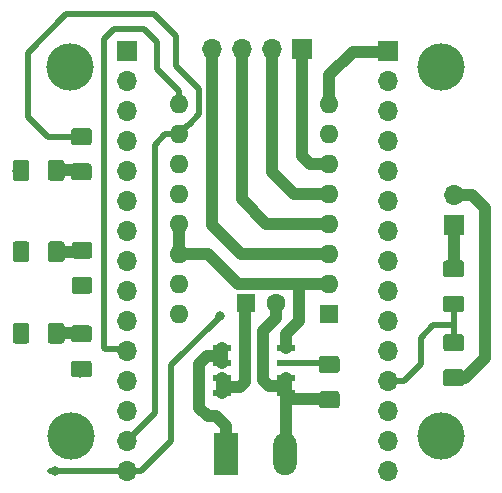
<source format=gbr>
G04 #@! TF.GenerationSoftware,KiCad,Pcbnew,5.0.1-33cea8e~68~ubuntu18.04.1*
G04 #@! TF.CreationDate,2018-11-12T21:08:18+01:00*
G04 #@! TF.ProjectId,ustepper_pololu,75737465707065725F706F6C6F6C752E,rev?*
G04 #@! TF.SameCoordinates,Original*
G04 #@! TF.FileFunction,Copper,L1,Top,Signal*
G04 #@! TF.FilePolarity,Positive*
%FSLAX46Y46*%
G04 Gerber Fmt 4.6, Leading zero omitted, Abs format (unit mm)*
G04 Created by KiCad (PCBNEW 5.0.1-33cea8e~68~ubuntu18.04.1) date lun 12 nov 2018 21:08:18 CET*
%MOMM*%
%LPD*%
G01*
G04 APERTURE LIST*
G04 #@! TA.AperFunction,SMDPad,CuDef*
%ADD10R,1.550000X0.600000*%
G04 #@! TD*
G04 #@! TA.AperFunction,ComponentPad*
%ADD11R,1.600000X1.600000*%
G04 #@! TD*
G04 #@! TA.AperFunction,ComponentPad*
%ADD12O,1.600000X1.600000*%
G04 #@! TD*
G04 #@! TA.AperFunction,ComponentPad*
%ADD13R,1.700000X1.700000*%
G04 #@! TD*
G04 #@! TA.AperFunction,ComponentPad*
%ADD14O,1.700000X1.700000*%
G04 #@! TD*
G04 #@! TA.AperFunction,ComponentPad*
%ADD15C,1.600000*%
G04 #@! TD*
G04 #@! TA.AperFunction,ComponentPad*
%ADD16R,2.000000X3.600000*%
G04 #@! TD*
G04 #@! TA.AperFunction,ComponentPad*
%ADD17O,2.000000X3.600000*%
G04 #@! TD*
G04 #@! TA.AperFunction,Conductor*
%ADD18C,0.100000*%
G04 #@! TD*
G04 #@! TA.AperFunction,SMDPad,CuDef*
%ADD19C,1.425000*%
G04 #@! TD*
G04 #@! TA.AperFunction,ViaPad*
%ADD20C,4.000000*%
G04 #@! TD*
G04 #@! TA.AperFunction,ViaPad*
%ADD21C,0.800000*%
G04 #@! TD*
G04 #@! TA.AperFunction,Conductor*
%ADD22C,1.000000*%
G04 #@! TD*
G04 #@! TA.AperFunction,Conductor*
%ADD23C,0.500000*%
G04 #@! TD*
G04 APERTURE END LIST*
D10*
G04 #@! TO.P,U1,1*
G04 #@! TO.N,VIN*
X182468100Y-77407400D03*
G04 #@! TO.P,U1,2*
X182468100Y-78677400D03*
G04 #@! TO.P,U1,3*
G04 #@! TO.N,B30-VIN*
X182468100Y-79947400D03*
G04 #@! TO.P,U1,4*
X182468100Y-81217400D03*
G04 #@! TO.P,U1,5*
G04 #@! TO.N,B29-GND*
X187868100Y-81217400D03*
G04 #@! TO.P,U1,6*
X187868100Y-79947400D03*
G04 #@! TO.P,U1,7*
G04 #@! TO.N,BA1-I*
X187868100Y-78677400D03*
G04 #@! TO.P,U1,8*
G04 #@! TO.N,B27-5V*
X187868100Y-77407400D03*
G04 #@! TD*
D11*
G04 #@! TO.P,A1,1*
G04 #@! TO.N,B29-GND*
X191530800Y-74537200D03*
D12*
G04 #@! TO.P,A1,9*
G04 #@! TO.N,BD8-ENA*
X178830800Y-56757200D03*
G04 #@! TO.P,A1,2*
G04 #@! TO.N,B27-5V*
X191530800Y-71997200D03*
G04 #@! TO.P,A1,10*
G04 #@! TO.N,BD11-MS1*
X178830800Y-59297200D03*
G04 #@! TO.P,A1,3*
G04 #@! TO.N,OUT1B*
X191530800Y-69457200D03*
G04 #@! TO.P,A1,11*
G04 #@! TO.N,BD12-MS2*
X178830800Y-61837200D03*
G04 #@! TO.P,A1,4*
G04 #@! TO.N,OUT1A*
X191530800Y-66917200D03*
G04 #@! TO.P,A1,12*
G04 #@! TO.N,BD13-MS3*
X178830800Y-64377200D03*
G04 #@! TO.P,A1,5*
G04 #@! TO.N,OUT2A*
X191530800Y-64377200D03*
G04 #@! TO.P,A1,13*
G04 #@! TO.N,B27-5V*
X178830800Y-66917200D03*
G04 #@! TO.P,A1,6*
G04 #@! TO.N,OUT2B*
X191530800Y-61837200D03*
G04 #@! TO.P,A1,14*
G04 #@! TO.N,B27-5V*
X178830800Y-69457200D03*
G04 #@! TO.P,A1,7*
G04 #@! TO.N,B29-GND*
X191530800Y-59297200D03*
G04 #@! TO.P,A1,15*
G04 #@! TO.N,BD4-STEP*
X178830800Y-71997200D03*
G04 #@! TO.P,A1,8*
G04 #@! TO.N,B30-VIN*
X191530800Y-56757200D03*
G04 #@! TO.P,A1,16*
G04 #@! TO.N,BD7-DIR*
X178830800Y-74537200D03*
G04 #@! TD*
D13*
G04 #@! TO.P,J5,1*
G04 #@! TO.N,AN-IN-10V*
X202148000Y-66968000D03*
D14*
G04 #@! TO.P,J5,2*
G04 #@! TO.N,B29-GND*
X202148000Y-64428000D03*
G04 #@! TD*
D11*
G04 #@! TO.P,C4,1*
G04 #@! TO.N,B30-VIN*
X184520400Y-73597400D03*
D15*
G04 #@! TO.P,C4,2*
G04 #@! TO.N,B29-GND*
X187020400Y-73597400D03*
G04 #@! TD*
D16*
G04 #@! TO.P,J4,1*
G04 #@! TO.N,VIN*
X182793200Y-86348200D03*
D17*
G04 #@! TO.P,J4,2*
G04 #@! TO.N,B29-GND*
X187793200Y-86348200D03*
G04 #@! TD*
D18*
G04 #@! TO.N,AN-IN-10V*
G04 #@! TO.C,R5*
G36*
X202746704Y-70001604D02*
X202770973Y-70005204D01*
X202794771Y-70011165D01*
X202817871Y-70019430D01*
X202840049Y-70029920D01*
X202861093Y-70042533D01*
X202880798Y-70057147D01*
X202898977Y-70073623D01*
X202915453Y-70091802D01*
X202930067Y-70111507D01*
X202942680Y-70132551D01*
X202953170Y-70154729D01*
X202961435Y-70177829D01*
X202967396Y-70201627D01*
X202970996Y-70225896D01*
X202972200Y-70250400D01*
X202972200Y-71175400D01*
X202970996Y-71199904D01*
X202967396Y-71224173D01*
X202961435Y-71247971D01*
X202953170Y-71271071D01*
X202942680Y-71293249D01*
X202930067Y-71314293D01*
X202915453Y-71333998D01*
X202898977Y-71352177D01*
X202880798Y-71368653D01*
X202861093Y-71383267D01*
X202840049Y-71395880D01*
X202817871Y-71406370D01*
X202794771Y-71414635D01*
X202770973Y-71420596D01*
X202746704Y-71424196D01*
X202722200Y-71425400D01*
X201472200Y-71425400D01*
X201447696Y-71424196D01*
X201423427Y-71420596D01*
X201399629Y-71414635D01*
X201376529Y-71406370D01*
X201354351Y-71395880D01*
X201333307Y-71383267D01*
X201313602Y-71368653D01*
X201295423Y-71352177D01*
X201278947Y-71333998D01*
X201264333Y-71314293D01*
X201251720Y-71293249D01*
X201241230Y-71271071D01*
X201232965Y-71247971D01*
X201227004Y-71224173D01*
X201223404Y-71199904D01*
X201222200Y-71175400D01*
X201222200Y-70250400D01*
X201223404Y-70225896D01*
X201227004Y-70201627D01*
X201232965Y-70177829D01*
X201241230Y-70154729D01*
X201251720Y-70132551D01*
X201264333Y-70111507D01*
X201278947Y-70091802D01*
X201295423Y-70073623D01*
X201313602Y-70057147D01*
X201333307Y-70042533D01*
X201354351Y-70029920D01*
X201376529Y-70019430D01*
X201399629Y-70011165D01*
X201423427Y-70005204D01*
X201447696Y-70001604D01*
X201472200Y-70000400D01*
X202722200Y-70000400D01*
X202746704Y-70001604D01*
X202746704Y-70001604D01*
G37*
D19*
G04 #@! TD*
G04 #@! TO.P,R5,1*
G04 #@! TO.N,AN-IN-10V*
X202097200Y-70712900D03*
D18*
G04 #@! TO.N,BA0-V*
G04 #@! TO.C,R5*
G36*
X202746704Y-72976604D02*
X202770973Y-72980204D01*
X202794771Y-72986165D01*
X202817871Y-72994430D01*
X202840049Y-73004920D01*
X202861093Y-73017533D01*
X202880798Y-73032147D01*
X202898977Y-73048623D01*
X202915453Y-73066802D01*
X202930067Y-73086507D01*
X202942680Y-73107551D01*
X202953170Y-73129729D01*
X202961435Y-73152829D01*
X202967396Y-73176627D01*
X202970996Y-73200896D01*
X202972200Y-73225400D01*
X202972200Y-74150400D01*
X202970996Y-74174904D01*
X202967396Y-74199173D01*
X202961435Y-74222971D01*
X202953170Y-74246071D01*
X202942680Y-74268249D01*
X202930067Y-74289293D01*
X202915453Y-74308998D01*
X202898977Y-74327177D01*
X202880798Y-74343653D01*
X202861093Y-74358267D01*
X202840049Y-74370880D01*
X202817871Y-74381370D01*
X202794771Y-74389635D01*
X202770973Y-74395596D01*
X202746704Y-74399196D01*
X202722200Y-74400400D01*
X201472200Y-74400400D01*
X201447696Y-74399196D01*
X201423427Y-74395596D01*
X201399629Y-74389635D01*
X201376529Y-74381370D01*
X201354351Y-74370880D01*
X201333307Y-74358267D01*
X201313602Y-74343653D01*
X201295423Y-74327177D01*
X201278947Y-74308998D01*
X201264333Y-74289293D01*
X201251720Y-74268249D01*
X201241230Y-74246071D01*
X201232965Y-74222971D01*
X201227004Y-74199173D01*
X201223404Y-74174904D01*
X201222200Y-74150400D01*
X201222200Y-73225400D01*
X201223404Y-73200896D01*
X201227004Y-73176627D01*
X201232965Y-73152829D01*
X201241230Y-73129729D01*
X201251720Y-73107551D01*
X201264333Y-73086507D01*
X201278947Y-73066802D01*
X201295423Y-73048623D01*
X201313602Y-73032147D01*
X201333307Y-73017533D01*
X201354351Y-73004920D01*
X201376529Y-72994430D01*
X201399629Y-72986165D01*
X201423427Y-72980204D01*
X201447696Y-72976604D01*
X201472200Y-72975400D01*
X202722200Y-72975400D01*
X202746704Y-72976604D01*
X202746704Y-72976604D01*
G37*
D19*
G04 #@! TD*
G04 #@! TO.P,R5,2*
G04 #@! TO.N,BA0-V*
X202097200Y-73687900D03*
D18*
G04 #@! TO.N,B29-GND*
G04 #@! TO.C,R6*
G36*
X202746704Y-79225004D02*
X202770973Y-79228604D01*
X202794771Y-79234565D01*
X202817871Y-79242830D01*
X202840049Y-79253320D01*
X202861093Y-79265933D01*
X202880798Y-79280547D01*
X202898977Y-79297023D01*
X202915453Y-79315202D01*
X202930067Y-79334907D01*
X202942680Y-79355951D01*
X202953170Y-79378129D01*
X202961435Y-79401229D01*
X202967396Y-79425027D01*
X202970996Y-79449296D01*
X202972200Y-79473800D01*
X202972200Y-80398800D01*
X202970996Y-80423304D01*
X202967396Y-80447573D01*
X202961435Y-80471371D01*
X202953170Y-80494471D01*
X202942680Y-80516649D01*
X202930067Y-80537693D01*
X202915453Y-80557398D01*
X202898977Y-80575577D01*
X202880798Y-80592053D01*
X202861093Y-80606667D01*
X202840049Y-80619280D01*
X202817871Y-80629770D01*
X202794771Y-80638035D01*
X202770973Y-80643996D01*
X202746704Y-80647596D01*
X202722200Y-80648800D01*
X201472200Y-80648800D01*
X201447696Y-80647596D01*
X201423427Y-80643996D01*
X201399629Y-80638035D01*
X201376529Y-80629770D01*
X201354351Y-80619280D01*
X201333307Y-80606667D01*
X201313602Y-80592053D01*
X201295423Y-80575577D01*
X201278947Y-80557398D01*
X201264333Y-80537693D01*
X201251720Y-80516649D01*
X201241230Y-80494471D01*
X201232965Y-80471371D01*
X201227004Y-80447573D01*
X201223404Y-80423304D01*
X201222200Y-80398800D01*
X201222200Y-79473800D01*
X201223404Y-79449296D01*
X201227004Y-79425027D01*
X201232965Y-79401229D01*
X201241230Y-79378129D01*
X201251720Y-79355951D01*
X201264333Y-79334907D01*
X201278947Y-79315202D01*
X201295423Y-79297023D01*
X201313602Y-79280547D01*
X201333307Y-79265933D01*
X201354351Y-79253320D01*
X201376529Y-79242830D01*
X201399629Y-79234565D01*
X201423427Y-79228604D01*
X201447696Y-79225004D01*
X201472200Y-79223800D01*
X202722200Y-79223800D01*
X202746704Y-79225004D01*
X202746704Y-79225004D01*
G37*
D19*
G04 #@! TD*
G04 #@! TO.P,R6,2*
G04 #@! TO.N,B29-GND*
X202097200Y-79936300D03*
D18*
G04 #@! TO.N,BA0-V*
G04 #@! TO.C,R6*
G36*
X202746704Y-76250004D02*
X202770973Y-76253604D01*
X202794771Y-76259565D01*
X202817871Y-76267830D01*
X202840049Y-76278320D01*
X202861093Y-76290933D01*
X202880798Y-76305547D01*
X202898977Y-76322023D01*
X202915453Y-76340202D01*
X202930067Y-76359907D01*
X202942680Y-76380951D01*
X202953170Y-76403129D01*
X202961435Y-76426229D01*
X202967396Y-76450027D01*
X202970996Y-76474296D01*
X202972200Y-76498800D01*
X202972200Y-77423800D01*
X202970996Y-77448304D01*
X202967396Y-77472573D01*
X202961435Y-77496371D01*
X202953170Y-77519471D01*
X202942680Y-77541649D01*
X202930067Y-77562693D01*
X202915453Y-77582398D01*
X202898977Y-77600577D01*
X202880798Y-77617053D01*
X202861093Y-77631667D01*
X202840049Y-77644280D01*
X202817871Y-77654770D01*
X202794771Y-77663035D01*
X202770973Y-77668996D01*
X202746704Y-77672596D01*
X202722200Y-77673800D01*
X201472200Y-77673800D01*
X201447696Y-77672596D01*
X201423427Y-77668996D01*
X201399629Y-77663035D01*
X201376529Y-77654770D01*
X201354351Y-77644280D01*
X201333307Y-77631667D01*
X201313602Y-77617053D01*
X201295423Y-77600577D01*
X201278947Y-77582398D01*
X201264333Y-77562693D01*
X201251720Y-77541649D01*
X201241230Y-77519471D01*
X201232965Y-77496371D01*
X201227004Y-77472573D01*
X201223404Y-77448304D01*
X201222200Y-77423800D01*
X201222200Y-76498800D01*
X201223404Y-76474296D01*
X201227004Y-76450027D01*
X201232965Y-76426229D01*
X201241230Y-76403129D01*
X201251720Y-76380951D01*
X201264333Y-76359907D01*
X201278947Y-76340202D01*
X201295423Y-76322023D01*
X201313602Y-76305547D01*
X201333307Y-76290933D01*
X201354351Y-76278320D01*
X201376529Y-76267830D01*
X201399629Y-76259565D01*
X201423427Y-76253604D01*
X201447696Y-76250004D01*
X201472200Y-76248800D01*
X202722200Y-76248800D01*
X202746704Y-76250004D01*
X202746704Y-76250004D01*
G37*
D19*
G04 #@! TD*
G04 #@! TO.P,R6,1*
G04 #@! TO.N,BA0-V*
X202097200Y-76961300D03*
D13*
G04 #@! TO.P,J1,1*
G04 #@! TO.N,OUT2B*
X189244800Y-52134400D03*
D14*
G04 #@! TO.P,J1,2*
G04 #@! TO.N,OUT2A*
X186704800Y-52134400D03*
G04 #@! TO.P,J1,3*
G04 #@! TO.N,OUT1A*
X184164800Y-52134400D03*
G04 #@! TO.P,J1,4*
G04 #@! TO.N,OUT1B*
X181624800Y-52134400D03*
G04 #@! TD*
D13*
G04 #@! TO.P,J2,1*
G04 #@! TO.N,N/C*
X174411200Y-52286800D03*
D14*
G04 #@! TO.P,J2,2*
X174411200Y-54826800D03*
G04 #@! TO.P,J2,3*
X174411200Y-57366800D03*
G04 #@! TO.P,J2,4*
G04 #@! TO.N,B29-GND*
X174411200Y-59906800D03*
G04 #@! TO.P,J2,5*
G04 #@! TO.N,N/C*
X174411200Y-62446800D03*
G04 #@! TO.P,J2,6*
X174411200Y-64986800D03*
G04 #@! TO.P,J2,7*
G04 #@! TO.N,BD4-STEP*
X174411200Y-67526800D03*
G04 #@! TO.P,J2,8*
G04 #@! TO.N,N/C*
X174411200Y-70066800D03*
G04 #@! TO.P,J2,9*
X174411200Y-72606800D03*
G04 #@! TO.P,J2,10*
G04 #@! TO.N,BD7-DIR*
X174411200Y-75146800D03*
G04 #@! TO.P,J2,11*
G04 #@! TO.N,BD8-ENA*
X174411200Y-77686800D03*
G04 #@! TO.P,J2,12*
G04 #@! TO.N,N/C*
X174411200Y-80226800D03*
G04 #@! TO.P,J2,13*
X174411200Y-82766800D03*
G04 #@! TO.P,J2,14*
G04 #@! TO.N,BD11-MS1*
X174411200Y-85306800D03*
G04 #@! TO.P,J2,15*
G04 #@! TO.N,BD12-MS2*
X174411200Y-87846800D03*
G04 #@! TD*
G04 #@! TO.P,J3,15*
G04 #@! TO.N,BD13-MS3*
X196509200Y-87846800D03*
G04 #@! TO.P,J3,14*
G04 #@! TO.N,N/C*
X196509200Y-85306800D03*
G04 #@! TO.P,J3,13*
X196509200Y-82766800D03*
G04 #@! TO.P,J3,12*
G04 #@! TO.N,BA0-V*
X196509200Y-80226800D03*
G04 #@! TO.P,J3,11*
G04 #@! TO.N,BA1-I*
X196509200Y-77686800D03*
G04 #@! TO.P,J3,10*
G04 #@! TO.N,N/C*
X196509200Y-75146800D03*
G04 #@! TO.P,J3,9*
X196509200Y-72606800D03*
G04 #@! TO.P,J3,8*
X196509200Y-70066800D03*
G04 #@! TO.P,J3,7*
X196509200Y-67526800D03*
G04 #@! TO.P,J3,6*
X196509200Y-64986800D03*
G04 #@! TO.P,J3,5*
X196509200Y-62446800D03*
G04 #@! TO.P,J3,4*
G04 #@! TO.N,B27-5V*
X196509200Y-59906800D03*
G04 #@! TO.P,J3,3*
G04 #@! TO.N,N/C*
X196509200Y-57366800D03*
G04 #@! TO.P,J3,2*
G04 #@! TO.N,B29-GND*
X196509200Y-54826800D03*
D13*
G04 #@! TO.P,J3,1*
G04 #@! TO.N,B30-VIN*
X196509200Y-52286800D03*
G04 #@! TD*
D18*
G04 #@! TO.N,BA1-I*
G04 #@! TO.C,C1*
G36*
X192218404Y-78104204D02*
X192242673Y-78107804D01*
X192266471Y-78113765D01*
X192289571Y-78122030D01*
X192311749Y-78132520D01*
X192332793Y-78145133D01*
X192352498Y-78159747D01*
X192370677Y-78176223D01*
X192387153Y-78194402D01*
X192401767Y-78214107D01*
X192414380Y-78235151D01*
X192424870Y-78257329D01*
X192433135Y-78280429D01*
X192439096Y-78304227D01*
X192442696Y-78328496D01*
X192443900Y-78353000D01*
X192443900Y-79278000D01*
X192442696Y-79302504D01*
X192439096Y-79326773D01*
X192433135Y-79350571D01*
X192424870Y-79373671D01*
X192414380Y-79395849D01*
X192401767Y-79416893D01*
X192387153Y-79436598D01*
X192370677Y-79454777D01*
X192352498Y-79471253D01*
X192332793Y-79485867D01*
X192311749Y-79498480D01*
X192289571Y-79508970D01*
X192266471Y-79517235D01*
X192242673Y-79523196D01*
X192218404Y-79526796D01*
X192193900Y-79528000D01*
X190943900Y-79528000D01*
X190919396Y-79526796D01*
X190895127Y-79523196D01*
X190871329Y-79517235D01*
X190848229Y-79508970D01*
X190826051Y-79498480D01*
X190805007Y-79485867D01*
X190785302Y-79471253D01*
X190767123Y-79454777D01*
X190750647Y-79436598D01*
X190736033Y-79416893D01*
X190723420Y-79395849D01*
X190712930Y-79373671D01*
X190704665Y-79350571D01*
X190698704Y-79326773D01*
X190695104Y-79302504D01*
X190693900Y-79278000D01*
X190693900Y-78353000D01*
X190695104Y-78328496D01*
X190698704Y-78304227D01*
X190704665Y-78280429D01*
X190712930Y-78257329D01*
X190723420Y-78235151D01*
X190736033Y-78214107D01*
X190750647Y-78194402D01*
X190767123Y-78176223D01*
X190785302Y-78159747D01*
X190805007Y-78145133D01*
X190826051Y-78132520D01*
X190848229Y-78122030D01*
X190871329Y-78113765D01*
X190895127Y-78107804D01*
X190919396Y-78104204D01*
X190943900Y-78103000D01*
X192193900Y-78103000D01*
X192218404Y-78104204D01*
X192218404Y-78104204D01*
G37*
D19*
G04 #@! TD*
G04 #@! TO.P,C1,1*
G04 #@! TO.N,BA1-I*
X191568900Y-78815500D03*
D18*
G04 #@! TO.N,B29-GND*
G04 #@! TO.C,C1*
G36*
X192218404Y-81079204D02*
X192242673Y-81082804D01*
X192266471Y-81088765D01*
X192289571Y-81097030D01*
X192311749Y-81107520D01*
X192332793Y-81120133D01*
X192352498Y-81134747D01*
X192370677Y-81151223D01*
X192387153Y-81169402D01*
X192401767Y-81189107D01*
X192414380Y-81210151D01*
X192424870Y-81232329D01*
X192433135Y-81255429D01*
X192439096Y-81279227D01*
X192442696Y-81303496D01*
X192443900Y-81328000D01*
X192443900Y-82253000D01*
X192442696Y-82277504D01*
X192439096Y-82301773D01*
X192433135Y-82325571D01*
X192424870Y-82348671D01*
X192414380Y-82370849D01*
X192401767Y-82391893D01*
X192387153Y-82411598D01*
X192370677Y-82429777D01*
X192352498Y-82446253D01*
X192332793Y-82460867D01*
X192311749Y-82473480D01*
X192289571Y-82483970D01*
X192266471Y-82492235D01*
X192242673Y-82498196D01*
X192218404Y-82501796D01*
X192193900Y-82503000D01*
X190943900Y-82503000D01*
X190919396Y-82501796D01*
X190895127Y-82498196D01*
X190871329Y-82492235D01*
X190848229Y-82483970D01*
X190826051Y-82473480D01*
X190805007Y-82460867D01*
X190785302Y-82446253D01*
X190767123Y-82429777D01*
X190750647Y-82411598D01*
X190736033Y-82391893D01*
X190723420Y-82370849D01*
X190712930Y-82348671D01*
X190704665Y-82325571D01*
X190698704Y-82301773D01*
X190695104Y-82277504D01*
X190693900Y-82253000D01*
X190693900Y-81328000D01*
X190695104Y-81303496D01*
X190698704Y-81279227D01*
X190704665Y-81255429D01*
X190712930Y-81232329D01*
X190723420Y-81210151D01*
X190736033Y-81189107D01*
X190750647Y-81169402D01*
X190767123Y-81151223D01*
X190785302Y-81134747D01*
X190805007Y-81120133D01*
X190826051Y-81107520D01*
X190848229Y-81097030D01*
X190871329Y-81088765D01*
X190895127Y-81082804D01*
X190919396Y-81079204D01*
X190943900Y-81078000D01*
X192193900Y-81078000D01*
X192218404Y-81079204D01*
X192218404Y-81079204D01*
G37*
D19*
G04 #@! TD*
G04 #@! TO.P,C1,2*
G04 #@! TO.N,B29-GND*
X191568900Y-81790500D03*
D18*
G04 #@! TO.N,B29-GND*
G04 #@! TO.C,D1*
G36*
X165955804Y-61496804D02*
X165980073Y-61500404D01*
X166003871Y-61506365D01*
X166026971Y-61514630D01*
X166049149Y-61525120D01*
X166070193Y-61537733D01*
X166089898Y-61552347D01*
X166108077Y-61568823D01*
X166124553Y-61587002D01*
X166139167Y-61606707D01*
X166151780Y-61627751D01*
X166162270Y-61649929D01*
X166170535Y-61673029D01*
X166176496Y-61696827D01*
X166180096Y-61721096D01*
X166181300Y-61745600D01*
X166181300Y-62995600D01*
X166180096Y-63020104D01*
X166176496Y-63044373D01*
X166170535Y-63068171D01*
X166162270Y-63091271D01*
X166151780Y-63113449D01*
X166139167Y-63134493D01*
X166124553Y-63154198D01*
X166108077Y-63172377D01*
X166089898Y-63188853D01*
X166070193Y-63203467D01*
X166049149Y-63216080D01*
X166026971Y-63226570D01*
X166003871Y-63234835D01*
X165980073Y-63240796D01*
X165955804Y-63244396D01*
X165931300Y-63245600D01*
X165006300Y-63245600D01*
X164981796Y-63244396D01*
X164957527Y-63240796D01*
X164933729Y-63234835D01*
X164910629Y-63226570D01*
X164888451Y-63216080D01*
X164867407Y-63203467D01*
X164847702Y-63188853D01*
X164829523Y-63172377D01*
X164813047Y-63154198D01*
X164798433Y-63134493D01*
X164785820Y-63113449D01*
X164775330Y-63091271D01*
X164767065Y-63068171D01*
X164761104Y-63044373D01*
X164757504Y-63020104D01*
X164756300Y-62995600D01*
X164756300Y-61745600D01*
X164757504Y-61721096D01*
X164761104Y-61696827D01*
X164767065Y-61673029D01*
X164775330Y-61649929D01*
X164785820Y-61627751D01*
X164798433Y-61606707D01*
X164813047Y-61587002D01*
X164829523Y-61568823D01*
X164847702Y-61552347D01*
X164867407Y-61537733D01*
X164888451Y-61525120D01*
X164910629Y-61514630D01*
X164933729Y-61506365D01*
X164957527Y-61500404D01*
X164981796Y-61496804D01*
X165006300Y-61495600D01*
X165931300Y-61495600D01*
X165955804Y-61496804D01*
X165955804Y-61496804D01*
G37*
D19*
G04 #@! TD*
G04 #@! TO.P,D1,1*
G04 #@! TO.N,B29-GND*
X165468800Y-62370600D03*
D18*
G04 #@! TO.N,Net-(D1-Pad2)*
G04 #@! TO.C,D1*
G36*
X168930804Y-61496804D02*
X168955073Y-61500404D01*
X168978871Y-61506365D01*
X169001971Y-61514630D01*
X169024149Y-61525120D01*
X169045193Y-61537733D01*
X169064898Y-61552347D01*
X169083077Y-61568823D01*
X169099553Y-61587002D01*
X169114167Y-61606707D01*
X169126780Y-61627751D01*
X169137270Y-61649929D01*
X169145535Y-61673029D01*
X169151496Y-61696827D01*
X169155096Y-61721096D01*
X169156300Y-61745600D01*
X169156300Y-62995600D01*
X169155096Y-63020104D01*
X169151496Y-63044373D01*
X169145535Y-63068171D01*
X169137270Y-63091271D01*
X169126780Y-63113449D01*
X169114167Y-63134493D01*
X169099553Y-63154198D01*
X169083077Y-63172377D01*
X169064898Y-63188853D01*
X169045193Y-63203467D01*
X169024149Y-63216080D01*
X169001971Y-63226570D01*
X168978871Y-63234835D01*
X168955073Y-63240796D01*
X168930804Y-63244396D01*
X168906300Y-63245600D01*
X167981300Y-63245600D01*
X167956796Y-63244396D01*
X167932527Y-63240796D01*
X167908729Y-63234835D01*
X167885629Y-63226570D01*
X167863451Y-63216080D01*
X167842407Y-63203467D01*
X167822702Y-63188853D01*
X167804523Y-63172377D01*
X167788047Y-63154198D01*
X167773433Y-63134493D01*
X167760820Y-63113449D01*
X167750330Y-63091271D01*
X167742065Y-63068171D01*
X167736104Y-63044373D01*
X167732504Y-63020104D01*
X167731300Y-62995600D01*
X167731300Y-61745600D01*
X167732504Y-61721096D01*
X167736104Y-61696827D01*
X167742065Y-61673029D01*
X167750330Y-61649929D01*
X167760820Y-61627751D01*
X167773433Y-61606707D01*
X167788047Y-61587002D01*
X167804523Y-61568823D01*
X167822702Y-61552347D01*
X167842407Y-61537733D01*
X167863451Y-61525120D01*
X167885629Y-61514630D01*
X167908729Y-61506365D01*
X167932527Y-61500404D01*
X167956796Y-61496804D01*
X167981300Y-61495600D01*
X168906300Y-61495600D01*
X168930804Y-61496804D01*
X168930804Y-61496804D01*
G37*
D19*
G04 #@! TD*
G04 #@! TO.P,D1,2*
G04 #@! TO.N,Net-(D1-Pad2)*
X168443800Y-62370600D03*
D18*
G04 #@! TO.N,Net-(D2-Pad2)*
G04 #@! TO.C,D2*
G36*
X168930804Y-68392904D02*
X168955073Y-68396504D01*
X168978871Y-68402465D01*
X169001971Y-68410730D01*
X169024149Y-68421220D01*
X169045193Y-68433833D01*
X169064898Y-68448447D01*
X169083077Y-68464923D01*
X169099553Y-68483102D01*
X169114167Y-68502807D01*
X169126780Y-68523851D01*
X169137270Y-68546029D01*
X169145535Y-68569129D01*
X169151496Y-68592927D01*
X169155096Y-68617196D01*
X169156300Y-68641700D01*
X169156300Y-69891700D01*
X169155096Y-69916204D01*
X169151496Y-69940473D01*
X169145535Y-69964271D01*
X169137270Y-69987371D01*
X169126780Y-70009549D01*
X169114167Y-70030593D01*
X169099553Y-70050298D01*
X169083077Y-70068477D01*
X169064898Y-70084953D01*
X169045193Y-70099567D01*
X169024149Y-70112180D01*
X169001971Y-70122670D01*
X168978871Y-70130935D01*
X168955073Y-70136896D01*
X168930804Y-70140496D01*
X168906300Y-70141700D01*
X167981300Y-70141700D01*
X167956796Y-70140496D01*
X167932527Y-70136896D01*
X167908729Y-70130935D01*
X167885629Y-70122670D01*
X167863451Y-70112180D01*
X167842407Y-70099567D01*
X167822702Y-70084953D01*
X167804523Y-70068477D01*
X167788047Y-70050298D01*
X167773433Y-70030593D01*
X167760820Y-70009549D01*
X167750330Y-69987371D01*
X167742065Y-69964271D01*
X167736104Y-69940473D01*
X167732504Y-69916204D01*
X167731300Y-69891700D01*
X167731300Y-68641700D01*
X167732504Y-68617196D01*
X167736104Y-68592927D01*
X167742065Y-68569129D01*
X167750330Y-68546029D01*
X167760820Y-68523851D01*
X167773433Y-68502807D01*
X167788047Y-68483102D01*
X167804523Y-68464923D01*
X167822702Y-68448447D01*
X167842407Y-68433833D01*
X167863451Y-68421220D01*
X167885629Y-68410730D01*
X167908729Y-68402465D01*
X167932527Y-68396504D01*
X167956796Y-68392904D01*
X167981300Y-68391700D01*
X168906300Y-68391700D01*
X168930804Y-68392904D01*
X168930804Y-68392904D01*
G37*
D19*
G04 #@! TD*
G04 #@! TO.P,D2,2*
G04 #@! TO.N,Net-(D2-Pad2)*
X168443800Y-69266700D03*
D18*
G04 #@! TO.N,B29-GND*
G04 #@! TO.C,D2*
G36*
X165955804Y-68392904D02*
X165980073Y-68396504D01*
X166003871Y-68402465D01*
X166026971Y-68410730D01*
X166049149Y-68421220D01*
X166070193Y-68433833D01*
X166089898Y-68448447D01*
X166108077Y-68464923D01*
X166124553Y-68483102D01*
X166139167Y-68502807D01*
X166151780Y-68523851D01*
X166162270Y-68546029D01*
X166170535Y-68569129D01*
X166176496Y-68592927D01*
X166180096Y-68617196D01*
X166181300Y-68641700D01*
X166181300Y-69891700D01*
X166180096Y-69916204D01*
X166176496Y-69940473D01*
X166170535Y-69964271D01*
X166162270Y-69987371D01*
X166151780Y-70009549D01*
X166139167Y-70030593D01*
X166124553Y-70050298D01*
X166108077Y-70068477D01*
X166089898Y-70084953D01*
X166070193Y-70099567D01*
X166049149Y-70112180D01*
X166026971Y-70122670D01*
X166003871Y-70130935D01*
X165980073Y-70136896D01*
X165955804Y-70140496D01*
X165931300Y-70141700D01*
X165006300Y-70141700D01*
X164981796Y-70140496D01*
X164957527Y-70136896D01*
X164933729Y-70130935D01*
X164910629Y-70122670D01*
X164888451Y-70112180D01*
X164867407Y-70099567D01*
X164847702Y-70084953D01*
X164829523Y-70068477D01*
X164813047Y-70050298D01*
X164798433Y-70030593D01*
X164785820Y-70009549D01*
X164775330Y-69987371D01*
X164767065Y-69964271D01*
X164761104Y-69940473D01*
X164757504Y-69916204D01*
X164756300Y-69891700D01*
X164756300Y-68641700D01*
X164757504Y-68617196D01*
X164761104Y-68592927D01*
X164767065Y-68569129D01*
X164775330Y-68546029D01*
X164785820Y-68523851D01*
X164798433Y-68502807D01*
X164813047Y-68483102D01*
X164829523Y-68464923D01*
X164847702Y-68448447D01*
X164867407Y-68433833D01*
X164888451Y-68421220D01*
X164910629Y-68410730D01*
X164933729Y-68402465D01*
X164957527Y-68396504D01*
X164981796Y-68392904D01*
X165006300Y-68391700D01*
X165931300Y-68391700D01*
X165955804Y-68392904D01*
X165955804Y-68392904D01*
G37*
D19*
G04 #@! TD*
G04 #@! TO.P,D2,1*
G04 #@! TO.N,B29-GND*
X165468800Y-69266700D03*
D18*
G04 #@! TO.N,B29-GND*
G04 #@! TO.C,D3*
G36*
X165955804Y-75289004D02*
X165980073Y-75292604D01*
X166003871Y-75298565D01*
X166026971Y-75306830D01*
X166049149Y-75317320D01*
X166070193Y-75329933D01*
X166089898Y-75344547D01*
X166108077Y-75361023D01*
X166124553Y-75379202D01*
X166139167Y-75398907D01*
X166151780Y-75419951D01*
X166162270Y-75442129D01*
X166170535Y-75465229D01*
X166176496Y-75489027D01*
X166180096Y-75513296D01*
X166181300Y-75537800D01*
X166181300Y-76787800D01*
X166180096Y-76812304D01*
X166176496Y-76836573D01*
X166170535Y-76860371D01*
X166162270Y-76883471D01*
X166151780Y-76905649D01*
X166139167Y-76926693D01*
X166124553Y-76946398D01*
X166108077Y-76964577D01*
X166089898Y-76981053D01*
X166070193Y-76995667D01*
X166049149Y-77008280D01*
X166026971Y-77018770D01*
X166003871Y-77027035D01*
X165980073Y-77032996D01*
X165955804Y-77036596D01*
X165931300Y-77037800D01*
X165006300Y-77037800D01*
X164981796Y-77036596D01*
X164957527Y-77032996D01*
X164933729Y-77027035D01*
X164910629Y-77018770D01*
X164888451Y-77008280D01*
X164867407Y-76995667D01*
X164847702Y-76981053D01*
X164829523Y-76964577D01*
X164813047Y-76946398D01*
X164798433Y-76926693D01*
X164785820Y-76905649D01*
X164775330Y-76883471D01*
X164767065Y-76860371D01*
X164761104Y-76836573D01*
X164757504Y-76812304D01*
X164756300Y-76787800D01*
X164756300Y-75537800D01*
X164757504Y-75513296D01*
X164761104Y-75489027D01*
X164767065Y-75465229D01*
X164775330Y-75442129D01*
X164785820Y-75419951D01*
X164798433Y-75398907D01*
X164813047Y-75379202D01*
X164829523Y-75361023D01*
X164847702Y-75344547D01*
X164867407Y-75329933D01*
X164888451Y-75317320D01*
X164910629Y-75306830D01*
X164933729Y-75298565D01*
X164957527Y-75292604D01*
X164981796Y-75289004D01*
X165006300Y-75287800D01*
X165931300Y-75287800D01*
X165955804Y-75289004D01*
X165955804Y-75289004D01*
G37*
D19*
G04 #@! TD*
G04 #@! TO.P,D3,1*
G04 #@! TO.N,B29-GND*
X165468800Y-76162800D03*
D18*
G04 #@! TO.N,Net-(D3-Pad2)*
G04 #@! TO.C,D3*
G36*
X168930804Y-75289004D02*
X168955073Y-75292604D01*
X168978871Y-75298565D01*
X169001971Y-75306830D01*
X169024149Y-75317320D01*
X169045193Y-75329933D01*
X169064898Y-75344547D01*
X169083077Y-75361023D01*
X169099553Y-75379202D01*
X169114167Y-75398907D01*
X169126780Y-75419951D01*
X169137270Y-75442129D01*
X169145535Y-75465229D01*
X169151496Y-75489027D01*
X169155096Y-75513296D01*
X169156300Y-75537800D01*
X169156300Y-76787800D01*
X169155096Y-76812304D01*
X169151496Y-76836573D01*
X169145535Y-76860371D01*
X169137270Y-76883471D01*
X169126780Y-76905649D01*
X169114167Y-76926693D01*
X169099553Y-76946398D01*
X169083077Y-76964577D01*
X169064898Y-76981053D01*
X169045193Y-76995667D01*
X169024149Y-77008280D01*
X169001971Y-77018770D01*
X168978871Y-77027035D01*
X168955073Y-77032996D01*
X168930804Y-77036596D01*
X168906300Y-77037800D01*
X167981300Y-77037800D01*
X167956796Y-77036596D01*
X167932527Y-77032996D01*
X167908729Y-77027035D01*
X167885629Y-77018770D01*
X167863451Y-77008280D01*
X167842407Y-76995667D01*
X167822702Y-76981053D01*
X167804523Y-76964577D01*
X167788047Y-76946398D01*
X167773433Y-76926693D01*
X167760820Y-76905649D01*
X167750330Y-76883471D01*
X167742065Y-76860371D01*
X167736104Y-76836573D01*
X167732504Y-76812304D01*
X167731300Y-76787800D01*
X167731300Y-75537800D01*
X167732504Y-75513296D01*
X167736104Y-75489027D01*
X167742065Y-75465229D01*
X167750330Y-75442129D01*
X167760820Y-75419951D01*
X167773433Y-75398907D01*
X167788047Y-75379202D01*
X167804523Y-75361023D01*
X167822702Y-75344547D01*
X167842407Y-75329933D01*
X167863451Y-75317320D01*
X167885629Y-75306830D01*
X167908729Y-75298565D01*
X167932527Y-75292604D01*
X167956796Y-75289004D01*
X167981300Y-75287800D01*
X168906300Y-75287800D01*
X168930804Y-75289004D01*
X168930804Y-75289004D01*
G37*
D19*
G04 #@! TD*
G04 #@! TO.P,D3,2*
G04 #@! TO.N,Net-(D3-Pad2)*
X168443800Y-76162800D03*
D18*
G04 #@! TO.N,BD11-MS1*
G04 #@! TO.C,R1*
G36*
X171225304Y-58812904D02*
X171249573Y-58816504D01*
X171273371Y-58822465D01*
X171296471Y-58830730D01*
X171318649Y-58841220D01*
X171339693Y-58853833D01*
X171359398Y-58868447D01*
X171377577Y-58884923D01*
X171394053Y-58903102D01*
X171408667Y-58922807D01*
X171421280Y-58943851D01*
X171431770Y-58966029D01*
X171440035Y-58989129D01*
X171445996Y-59012927D01*
X171449596Y-59037196D01*
X171450800Y-59061700D01*
X171450800Y-59986700D01*
X171449596Y-60011204D01*
X171445996Y-60035473D01*
X171440035Y-60059271D01*
X171431770Y-60082371D01*
X171421280Y-60104549D01*
X171408667Y-60125593D01*
X171394053Y-60145298D01*
X171377577Y-60163477D01*
X171359398Y-60179953D01*
X171339693Y-60194567D01*
X171318649Y-60207180D01*
X171296471Y-60217670D01*
X171273371Y-60225935D01*
X171249573Y-60231896D01*
X171225304Y-60235496D01*
X171200800Y-60236700D01*
X169950800Y-60236700D01*
X169926296Y-60235496D01*
X169902027Y-60231896D01*
X169878229Y-60225935D01*
X169855129Y-60217670D01*
X169832951Y-60207180D01*
X169811907Y-60194567D01*
X169792202Y-60179953D01*
X169774023Y-60163477D01*
X169757547Y-60145298D01*
X169742933Y-60125593D01*
X169730320Y-60104549D01*
X169719830Y-60082371D01*
X169711565Y-60059271D01*
X169705604Y-60035473D01*
X169702004Y-60011204D01*
X169700800Y-59986700D01*
X169700800Y-59061700D01*
X169702004Y-59037196D01*
X169705604Y-59012927D01*
X169711565Y-58989129D01*
X169719830Y-58966029D01*
X169730320Y-58943851D01*
X169742933Y-58922807D01*
X169757547Y-58903102D01*
X169774023Y-58884923D01*
X169792202Y-58868447D01*
X169811907Y-58853833D01*
X169832951Y-58841220D01*
X169855129Y-58830730D01*
X169878229Y-58822465D01*
X169902027Y-58816504D01*
X169926296Y-58812904D01*
X169950800Y-58811700D01*
X171200800Y-58811700D01*
X171225304Y-58812904D01*
X171225304Y-58812904D01*
G37*
D19*
G04 #@! TD*
G04 #@! TO.P,R1,1*
G04 #@! TO.N,BD11-MS1*
X170575800Y-59524200D03*
D18*
G04 #@! TO.N,Net-(D1-Pad2)*
G04 #@! TO.C,R1*
G36*
X171225304Y-61787904D02*
X171249573Y-61791504D01*
X171273371Y-61797465D01*
X171296471Y-61805730D01*
X171318649Y-61816220D01*
X171339693Y-61828833D01*
X171359398Y-61843447D01*
X171377577Y-61859923D01*
X171394053Y-61878102D01*
X171408667Y-61897807D01*
X171421280Y-61918851D01*
X171431770Y-61941029D01*
X171440035Y-61964129D01*
X171445996Y-61987927D01*
X171449596Y-62012196D01*
X171450800Y-62036700D01*
X171450800Y-62961700D01*
X171449596Y-62986204D01*
X171445996Y-63010473D01*
X171440035Y-63034271D01*
X171431770Y-63057371D01*
X171421280Y-63079549D01*
X171408667Y-63100593D01*
X171394053Y-63120298D01*
X171377577Y-63138477D01*
X171359398Y-63154953D01*
X171339693Y-63169567D01*
X171318649Y-63182180D01*
X171296471Y-63192670D01*
X171273371Y-63200935D01*
X171249573Y-63206896D01*
X171225304Y-63210496D01*
X171200800Y-63211700D01*
X169950800Y-63211700D01*
X169926296Y-63210496D01*
X169902027Y-63206896D01*
X169878229Y-63200935D01*
X169855129Y-63192670D01*
X169832951Y-63182180D01*
X169811907Y-63169567D01*
X169792202Y-63154953D01*
X169774023Y-63138477D01*
X169757547Y-63120298D01*
X169742933Y-63100593D01*
X169730320Y-63079549D01*
X169719830Y-63057371D01*
X169711565Y-63034271D01*
X169705604Y-63010473D01*
X169702004Y-62986204D01*
X169700800Y-62961700D01*
X169700800Y-62036700D01*
X169702004Y-62012196D01*
X169705604Y-61987927D01*
X169711565Y-61964129D01*
X169719830Y-61941029D01*
X169730320Y-61918851D01*
X169742933Y-61897807D01*
X169757547Y-61878102D01*
X169774023Y-61859923D01*
X169792202Y-61843447D01*
X169811907Y-61828833D01*
X169832951Y-61816220D01*
X169855129Y-61805730D01*
X169878229Y-61797465D01*
X169902027Y-61791504D01*
X169926296Y-61787904D01*
X169950800Y-61786700D01*
X171200800Y-61786700D01*
X171225304Y-61787904D01*
X171225304Y-61787904D01*
G37*
D19*
G04 #@! TD*
G04 #@! TO.P,R1,2*
G04 #@! TO.N,Net-(D1-Pad2)*
X170575800Y-62499200D03*
D18*
G04 #@! TO.N,Net-(D2-Pad2)*
G04 #@! TO.C,R2*
G36*
X171276104Y-68414104D02*
X171300373Y-68417704D01*
X171324171Y-68423665D01*
X171347271Y-68431930D01*
X171369449Y-68442420D01*
X171390493Y-68455033D01*
X171410198Y-68469647D01*
X171428377Y-68486123D01*
X171444853Y-68504302D01*
X171459467Y-68524007D01*
X171472080Y-68545051D01*
X171482570Y-68567229D01*
X171490835Y-68590329D01*
X171496796Y-68614127D01*
X171500396Y-68638396D01*
X171501600Y-68662900D01*
X171501600Y-69587900D01*
X171500396Y-69612404D01*
X171496796Y-69636673D01*
X171490835Y-69660471D01*
X171482570Y-69683571D01*
X171472080Y-69705749D01*
X171459467Y-69726793D01*
X171444853Y-69746498D01*
X171428377Y-69764677D01*
X171410198Y-69781153D01*
X171390493Y-69795767D01*
X171369449Y-69808380D01*
X171347271Y-69818870D01*
X171324171Y-69827135D01*
X171300373Y-69833096D01*
X171276104Y-69836696D01*
X171251600Y-69837900D01*
X170001600Y-69837900D01*
X169977096Y-69836696D01*
X169952827Y-69833096D01*
X169929029Y-69827135D01*
X169905929Y-69818870D01*
X169883751Y-69808380D01*
X169862707Y-69795767D01*
X169843002Y-69781153D01*
X169824823Y-69764677D01*
X169808347Y-69746498D01*
X169793733Y-69726793D01*
X169781120Y-69705749D01*
X169770630Y-69683571D01*
X169762365Y-69660471D01*
X169756404Y-69636673D01*
X169752804Y-69612404D01*
X169751600Y-69587900D01*
X169751600Y-68662900D01*
X169752804Y-68638396D01*
X169756404Y-68614127D01*
X169762365Y-68590329D01*
X169770630Y-68567229D01*
X169781120Y-68545051D01*
X169793733Y-68524007D01*
X169808347Y-68504302D01*
X169824823Y-68486123D01*
X169843002Y-68469647D01*
X169862707Y-68455033D01*
X169883751Y-68442420D01*
X169905929Y-68431930D01*
X169929029Y-68423665D01*
X169952827Y-68417704D01*
X169977096Y-68414104D01*
X170001600Y-68412900D01*
X171251600Y-68412900D01*
X171276104Y-68414104D01*
X171276104Y-68414104D01*
G37*
D19*
G04 #@! TD*
G04 #@! TO.P,R2,2*
G04 #@! TO.N,Net-(D2-Pad2)*
X170626600Y-69125400D03*
D18*
G04 #@! TO.N,BD12-MS2*
G04 #@! TO.C,R2*
G36*
X171276104Y-71389104D02*
X171300373Y-71392704D01*
X171324171Y-71398665D01*
X171347271Y-71406930D01*
X171369449Y-71417420D01*
X171390493Y-71430033D01*
X171410198Y-71444647D01*
X171428377Y-71461123D01*
X171444853Y-71479302D01*
X171459467Y-71499007D01*
X171472080Y-71520051D01*
X171482570Y-71542229D01*
X171490835Y-71565329D01*
X171496796Y-71589127D01*
X171500396Y-71613396D01*
X171501600Y-71637900D01*
X171501600Y-72562900D01*
X171500396Y-72587404D01*
X171496796Y-72611673D01*
X171490835Y-72635471D01*
X171482570Y-72658571D01*
X171472080Y-72680749D01*
X171459467Y-72701793D01*
X171444853Y-72721498D01*
X171428377Y-72739677D01*
X171410198Y-72756153D01*
X171390493Y-72770767D01*
X171369449Y-72783380D01*
X171347271Y-72793870D01*
X171324171Y-72802135D01*
X171300373Y-72808096D01*
X171276104Y-72811696D01*
X171251600Y-72812900D01*
X170001600Y-72812900D01*
X169977096Y-72811696D01*
X169952827Y-72808096D01*
X169929029Y-72802135D01*
X169905929Y-72793870D01*
X169883751Y-72783380D01*
X169862707Y-72770767D01*
X169843002Y-72756153D01*
X169824823Y-72739677D01*
X169808347Y-72721498D01*
X169793733Y-72701793D01*
X169781120Y-72680749D01*
X169770630Y-72658571D01*
X169762365Y-72635471D01*
X169756404Y-72611673D01*
X169752804Y-72587404D01*
X169751600Y-72562900D01*
X169751600Y-71637900D01*
X169752804Y-71613396D01*
X169756404Y-71589127D01*
X169762365Y-71565329D01*
X169770630Y-71542229D01*
X169781120Y-71520051D01*
X169793733Y-71499007D01*
X169808347Y-71479302D01*
X169824823Y-71461123D01*
X169843002Y-71444647D01*
X169862707Y-71430033D01*
X169883751Y-71417420D01*
X169905929Y-71406930D01*
X169929029Y-71398665D01*
X169952827Y-71392704D01*
X169977096Y-71389104D01*
X170001600Y-71387900D01*
X171251600Y-71387900D01*
X171276104Y-71389104D01*
X171276104Y-71389104D01*
G37*
D19*
G04 #@! TD*
G04 #@! TO.P,R2,1*
G04 #@! TO.N,BD12-MS2*
X170626600Y-72100400D03*
D18*
G04 #@! TO.N,BD13-MS3*
G04 #@! TO.C,R3*
G36*
X171225304Y-78475704D02*
X171249573Y-78479304D01*
X171273371Y-78485265D01*
X171296471Y-78493530D01*
X171318649Y-78504020D01*
X171339693Y-78516633D01*
X171359398Y-78531247D01*
X171377577Y-78547723D01*
X171394053Y-78565902D01*
X171408667Y-78585607D01*
X171421280Y-78606651D01*
X171431770Y-78628829D01*
X171440035Y-78651929D01*
X171445996Y-78675727D01*
X171449596Y-78699996D01*
X171450800Y-78724500D01*
X171450800Y-79649500D01*
X171449596Y-79674004D01*
X171445996Y-79698273D01*
X171440035Y-79722071D01*
X171431770Y-79745171D01*
X171421280Y-79767349D01*
X171408667Y-79788393D01*
X171394053Y-79808098D01*
X171377577Y-79826277D01*
X171359398Y-79842753D01*
X171339693Y-79857367D01*
X171318649Y-79869980D01*
X171296471Y-79880470D01*
X171273371Y-79888735D01*
X171249573Y-79894696D01*
X171225304Y-79898296D01*
X171200800Y-79899500D01*
X169950800Y-79899500D01*
X169926296Y-79898296D01*
X169902027Y-79894696D01*
X169878229Y-79888735D01*
X169855129Y-79880470D01*
X169832951Y-79869980D01*
X169811907Y-79857367D01*
X169792202Y-79842753D01*
X169774023Y-79826277D01*
X169757547Y-79808098D01*
X169742933Y-79788393D01*
X169730320Y-79767349D01*
X169719830Y-79745171D01*
X169711565Y-79722071D01*
X169705604Y-79698273D01*
X169702004Y-79674004D01*
X169700800Y-79649500D01*
X169700800Y-78724500D01*
X169702004Y-78699996D01*
X169705604Y-78675727D01*
X169711565Y-78651929D01*
X169719830Y-78628829D01*
X169730320Y-78606651D01*
X169742933Y-78585607D01*
X169757547Y-78565902D01*
X169774023Y-78547723D01*
X169792202Y-78531247D01*
X169811907Y-78516633D01*
X169832951Y-78504020D01*
X169855129Y-78493530D01*
X169878229Y-78485265D01*
X169902027Y-78479304D01*
X169926296Y-78475704D01*
X169950800Y-78474500D01*
X171200800Y-78474500D01*
X171225304Y-78475704D01*
X171225304Y-78475704D01*
G37*
D19*
G04 #@! TD*
G04 #@! TO.P,R3,1*
G04 #@! TO.N,BD13-MS3*
X170575800Y-79187000D03*
D18*
G04 #@! TO.N,Net-(D3-Pad2)*
G04 #@! TO.C,R3*
G36*
X171225304Y-75500704D02*
X171249573Y-75504304D01*
X171273371Y-75510265D01*
X171296471Y-75518530D01*
X171318649Y-75529020D01*
X171339693Y-75541633D01*
X171359398Y-75556247D01*
X171377577Y-75572723D01*
X171394053Y-75590902D01*
X171408667Y-75610607D01*
X171421280Y-75631651D01*
X171431770Y-75653829D01*
X171440035Y-75676929D01*
X171445996Y-75700727D01*
X171449596Y-75724996D01*
X171450800Y-75749500D01*
X171450800Y-76674500D01*
X171449596Y-76699004D01*
X171445996Y-76723273D01*
X171440035Y-76747071D01*
X171431770Y-76770171D01*
X171421280Y-76792349D01*
X171408667Y-76813393D01*
X171394053Y-76833098D01*
X171377577Y-76851277D01*
X171359398Y-76867753D01*
X171339693Y-76882367D01*
X171318649Y-76894980D01*
X171296471Y-76905470D01*
X171273371Y-76913735D01*
X171249573Y-76919696D01*
X171225304Y-76923296D01*
X171200800Y-76924500D01*
X169950800Y-76924500D01*
X169926296Y-76923296D01*
X169902027Y-76919696D01*
X169878229Y-76913735D01*
X169855129Y-76905470D01*
X169832951Y-76894980D01*
X169811907Y-76882367D01*
X169792202Y-76867753D01*
X169774023Y-76851277D01*
X169757547Y-76833098D01*
X169742933Y-76813393D01*
X169730320Y-76792349D01*
X169719830Y-76770171D01*
X169711565Y-76747071D01*
X169705604Y-76723273D01*
X169702004Y-76699004D01*
X169700800Y-76674500D01*
X169700800Y-75749500D01*
X169702004Y-75724996D01*
X169705604Y-75700727D01*
X169711565Y-75676929D01*
X169719830Y-75653829D01*
X169730320Y-75631651D01*
X169742933Y-75610607D01*
X169757547Y-75590902D01*
X169774023Y-75572723D01*
X169792202Y-75556247D01*
X169811907Y-75541633D01*
X169832951Y-75529020D01*
X169855129Y-75518530D01*
X169878229Y-75510265D01*
X169902027Y-75504304D01*
X169926296Y-75500704D01*
X169950800Y-75499500D01*
X171200800Y-75499500D01*
X171225304Y-75500704D01*
X171225304Y-75500704D01*
G37*
D19*
G04 #@! TD*
G04 #@! TO.P,R3,2*
G04 #@! TO.N,Net-(D3-Pad2)*
X170575800Y-76212000D03*
D20*
G04 #@! TO.N,*
X201000000Y-53600000D03*
X169700000Y-84900000D03*
X201018610Y-84900000D03*
X169600000Y-53600000D03*
D21*
G04 #@! TO.N,B29-GND*
X191530800Y-81725400D03*
X165267200Y-76264400D03*
X165191000Y-69292100D03*
X165152900Y-62446800D03*
G04 #@! TO.N,BA1-I*
X191568900Y-78728200D03*
G04 #@! TO.N,BD12-MS2*
X182341080Y-74730240D03*
X170626600Y-72100400D03*
X168327900Y-87846800D03*
G04 #@! TO.N,BD13-MS3*
X170474200Y-79490200D03*
G04 #@! TD*
D22*
G04 #@! TO.N,OUT1B*
X191530800Y-69457200D02*
X184114000Y-69457200D01*
X181624800Y-66968000D02*
X181624800Y-52134400D01*
X184114000Y-69457200D02*
X181624800Y-66968000D01*
G04 #@! TO.N,OUT1A*
X191530800Y-66917200D02*
X186247600Y-66917200D01*
X184164800Y-64834400D02*
X184164800Y-52134400D01*
X186247600Y-66917200D02*
X184164800Y-64834400D01*
G04 #@! TO.N,OUT2A*
X186704800Y-62497600D02*
X186704800Y-52134400D01*
X191530800Y-64377200D02*
X188584400Y-64377200D01*
X188584400Y-64377200D02*
X186704800Y-62497600D01*
G04 #@! TO.N,OUT2B*
X189244800Y-61176800D02*
X189244800Y-53984400D01*
X191530800Y-61837200D02*
X189905200Y-61837200D01*
X189244800Y-53984400D02*
X189244800Y-52134400D01*
X189905200Y-61837200D02*
X189244800Y-61176800D01*
G04 #@! TO.N,B27-5V*
X178830800Y-66917200D02*
X178830800Y-69457200D01*
X181269200Y-69457200D02*
X183809200Y-71997200D01*
X178830800Y-69457200D02*
X180532600Y-69457200D01*
X180532600Y-69457200D02*
X181269200Y-69457200D01*
D23*
X191530800Y-71997200D02*
X189867100Y-71997200D01*
D22*
X183809200Y-71997200D02*
X188980640Y-71997200D01*
X188980640Y-71997200D02*
X191530800Y-71997200D01*
X188980640Y-75126480D02*
X188980640Y-71997200D01*
X187868100Y-77407400D02*
X187868100Y-76239020D01*
X187868100Y-76239020D02*
X188980640Y-75126480D01*
G04 #@! TO.N,B30-VIN*
X193562800Y-52337600D02*
X196560000Y-52337600D01*
X191581600Y-54318800D02*
X193562800Y-52337600D01*
X191581600Y-56706400D02*
X191581600Y-54318800D01*
X182468100Y-80684000D02*
X182468100Y-81217400D01*
X182468100Y-79947400D02*
X182468100Y-80684000D01*
X184403560Y-80305540D02*
X184403560Y-74120640D01*
X182468100Y-80684000D02*
X184025100Y-80684000D01*
X184025100Y-80684000D02*
X184403560Y-80305540D01*
G04 #@! TO.N,AN-IN-10V*
X202148000Y-70662100D02*
X202097200Y-70712900D01*
X202148000Y-66968000D02*
X202148000Y-70662100D01*
G04 #@! TO.N,B29-GND*
X203621200Y-64428000D02*
X202148000Y-64428000D01*
X204738800Y-78269700D02*
X204738800Y-65545600D01*
X203072200Y-79936300D02*
X204738800Y-78269700D01*
X204738800Y-65545600D02*
X203621200Y-64428000D01*
X202097200Y-79936300D02*
X203072200Y-79936300D01*
X187805900Y-85294200D02*
X187805900Y-86094200D01*
X187868100Y-86273300D02*
X187793200Y-86348200D01*
X188376100Y-81725400D02*
X187868100Y-81217400D01*
X191530800Y-81725400D02*
X188376100Y-81725400D01*
X187868100Y-79947400D02*
X187868100Y-80645900D01*
X187868100Y-80645900D02*
X187868100Y-86273300D01*
X186463500Y-80645900D02*
X187868100Y-80645900D01*
X185942800Y-75985000D02*
X185942800Y-80125200D01*
X187020400Y-73597400D02*
X187020400Y-74907400D01*
X185942800Y-80125200D02*
X186463500Y-80645900D01*
X187020400Y-74907400D02*
X185942800Y-75985000D01*
D23*
G04 #@! TO.N,BA1-I*
X191430800Y-78677400D02*
X191568900Y-78815500D01*
X187868100Y-78677400D02*
X191430800Y-78677400D01*
G04 #@! TO.N,BA0-V*
X196509200Y-80226800D02*
X197880800Y-80226800D01*
X197880800Y-80226800D02*
X199303200Y-78804400D01*
X199303200Y-78804400D02*
X199303200Y-76569200D01*
X200370000Y-75502400D02*
X202097200Y-75502400D01*
X199303200Y-76569200D02*
X200370000Y-75502400D01*
X202097200Y-73687900D02*
X202097200Y-75502400D01*
X202097200Y-75502400D02*
X202097200Y-76961300D01*
D22*
G04 #@! TO.N,VIN*
X182805900Y-85725900D02*
X182805900Y-86094200D01*
X182805900Y-86094200D02*
X182805900Y-85294200D01*
X182793200Y-84048200D02*
X181956300Y-83211300D01*
X182793200Y-86348200D02*
X182793200Y-84048200D01*
X181956300Y-83211300D02*
X181269200Y-83211300D01*
X181269200Y-83211300D02*
X180532600Y-82474700D01*
X180532600Y-82474700D02*
X180532600Y-78804400D01*
X181243800Y-78093200D02*
X182468100Y-78093200D01*
X180532600Y-78804400D02*
X181243800Y-78093200D01*
X182468100Y-77407400D02*
X182468100Y-78093200D01*
X182468100Y-78093200D02*
X182468100Y-78677400D01*
D23*
G04 #@! TO.N,BD8-ENA*
X174253720Y-77529320D02*
X174411200Y-77686800D01*
X172653520Y-77529320D02*
X174253720Y-77529320D01*
X172506200Y-77382000D02*
X172653520Y-77529320D01*
X172506200Y-51270800D02*
X172506200Y-77382000D01*
X178830800Y-55625830D02*
X176963900Y-53758930D01*
X175846300Y-50394500D02*
X173382500Y-50394500D01*
X173382500Y-50394500D02*
X172506200Y-51270800D01*
X178830800Y-56757200D02*
X178830800Y-55625830D01*
X176963900Y-53758930D02*
X176963900Y-51512100D01*
X176963900Y-51512100D02*
X175846300Y-50394500D01*
G04 #@! TO.N,BD11-MS1*
X175261199Y-84456801D02*
X174411200Y-85306800D01*
X176798800Y-82919200D02*
X175261199Y-84456801D01*
X178830800Y-59297200D02*
X177699430Y-59297200D01*
X176798800Y-60197830D02*
X176798800Y-82919200D01*
X177699430Y-59297200D02*
X176798800Y-60197830D01*
X166080000Y-57874800D02*
X167729400Y-59524200D01*
X169305800Y-49175300D02*
X166080000Y-52401100D01*
X176695046Y-49175300D02*
X169305800Y-49175300D01*
X178551400Y-51031654D02*
X176695046Y-49175300D01*
X167729400Y-59524200D02*
X170575800Y-59524200D01*
X179630799Y-58497201D02*
X179668899Y-58497201D01*
X179668899Y-58497201D02*
X180558000Y-57608100D01*
X180558000Y-57608100D02*
X180558000Y-55525300D01*
X166080000Y-52401100D02*
X166080000Y-57874800D01*
X178830800Y-59297200D02*
X179630799Y-58497201D01*
X180558000Y-55525300D02*
X178551400Y-53518700D01*
X178551400Y-53518700D02*
X178551400Y-51031654D01*
G04 #@! TO.N,BD12-MS2*
X178190720Y-78875520D02*
X182229320Y-74836920D01*
X178190720Y-85269361D02*
X178190720Y-78875520D01*
X174411200Y-87846800D02*
X175613281Y-87846800D01*
X182229320Y-74836920D02*
X182229320Y-74811520D01*
X175613281Y-87846800D02*
X178190720Y-85269361D01*
X174411200Y-87846800D02*
X168327900Y-87846800D01*
X170626600Y-72100400D02*
X170626600Y-72100400D01*
X168327900Y-87846800D02*
X167959600Y-87846800D01*
D22*
G04 #@! TO.N,Net-(D1-Pad2)*
X170447200Y-62370600D02*
X170575800Y-62499200D01*
X168443800Y-62370600D02*
X170447200Y-62370600D01*
G04 #@! TO.N,Net-(D2-Pad2)*
X170485300Y-69266700D02*
X170626600Y-69125400D01*
X168443800Y-69266700D02*
X170485300Y-69266700D01*
G04 #@! TO.N,Net-(D3-Pad2)*
X170526600Y-76162800D02*
X170575800Y-76212000D01*
X168443800Y-76162800D02*
X170526600Y-76162800D01*
G04 #@! TD*
M02*

</source>
